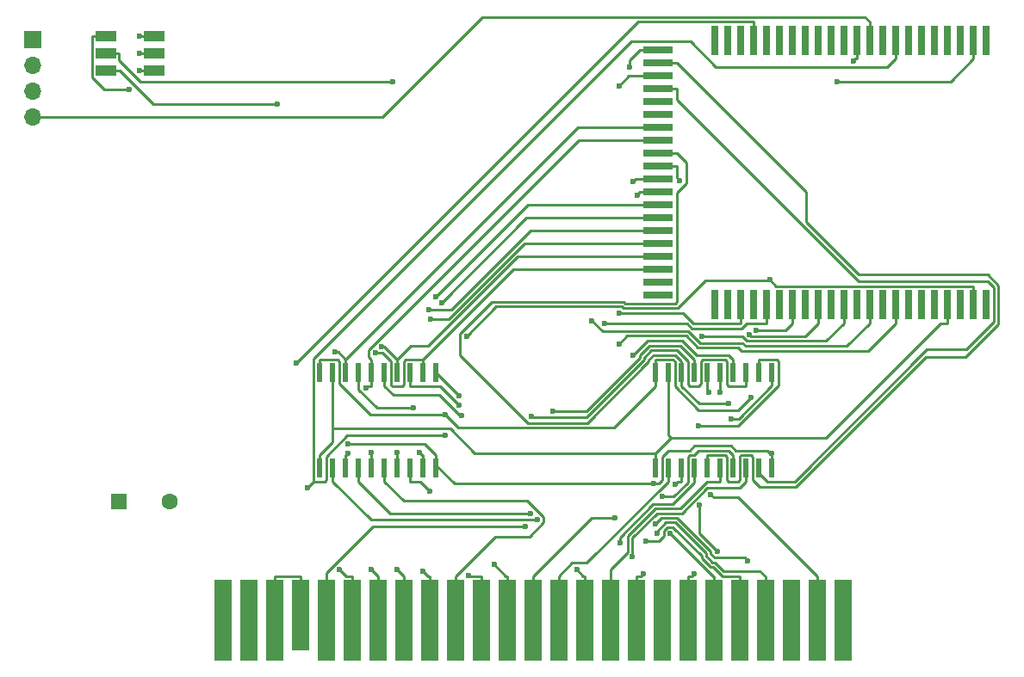
<source format=gbr>
G04 #@! TF.GenerationSoftware,KiCad,Pcbnew,5.1.5+dfsg1-2*
G04 #@! TF.CreationDate,2020-04-06T18:03:34-07:00*
G04 #@! TF.ProjectId,rpmpv1,72706d70-7631-42e6-9b69-6361645f7063,rev?*
G04 #@! TF.SameCoordinates,Original*
G04 #@! TF.FileFunction,Copper,L1,Top*
G04 #@! TF.FilePolarity,Positive*
%FSLAX46Y46*%
G04 Gerber Fmt 4.6, Leading zero omitted, Abs format (unit mm)*
G04 Created by KiCad (PCBNEW 5.1.5+dfsg1-2) date 2020-04-06 18:03:34*
%MOMM*%
%LPD*%
G04 APERTURE LIST*
%ADD10R,3.000000X0.700000*%
%ADD11R,0.700000X3.000000*%
%ADD12R,1.800000X8.000000*%
%ADD13R,1.800000X7.000000*%
%ADD14R,2.000000X1.100000*%
%ADD15R,0.600000X1.950000*%
%ADD16R,1.700000X1.700000*%
%ADD17O,1.700000X1.700000*%
%ADD18R,1.600000X1.600000*%
%ADD19C,1.600000*%
%ADD20C,0.600000*%
%ADD21C,0.250000*%
G04 APERTURE END LIST*
D10*
X169799000Y-53721000D03*
D11*
X202006200Y-52743100D03*
X200736200Y-52743100D03*
X199466200Y-52743100D03*
X198196200Y-52743100D03*
X196926200Y-52743100D03*
X195656200Y-52743100D03*
X194386200Y-52743100D03*
X193116200Y-52743100D03*
X191846200Y-52743100D03*
X190576200Y-52743100D03*
X189306200Y-52743100D03*
X188036200Y-52743100D03*
X186766200Y-52743100D03*
X185496200Y-52743100D03*
X184226200Y-52743100D03*
X182956200Y-52743100D03*
X181686200Y-52743100D03*
X180416200Y-52743100D03*
X179146200Y-52743100D03*
X177876200Y-52743100D03*
X176606200Y-52743100D03*
X175336200Y-52743100D03*
D10*
X169799000Y-54991000D03*
X169799000Y-56261000D03*
X169799000Y-57531000D03*
X169799000Y-58801000D03*
X169799000Y-60071000D03*
X169799000Y-61341000D03*
X169799000Y-62611000D03*
X169799000Y-63881000D03*
X169799000Y-65151000D03*
X169799000Y-66421000D03*
X169799000Y-67691000D03*
X169799000Y-68961000D03*
X169799000Y-70231000D03*
X169799000Y-71501000D03*
X169799000Y-72771000D03*
X169799000Y-74041000D03*
X169799000Y-75311000D03*
D11*
X175336200Y-78778100D03*
X176606200Y-78778100D03*
X177876200Y-78778100D03*
X179146200Y-78778100D03*
X180416200Y-78778100D03*
X181686200Y-78778100D03*
X182956200Y-78778100D03*
X184226200Y-78778100D03*
X185496200Y-78778100D03*
X186766200Y-78778100D03*
X188036200Y-78778100D03*
X189306200Y-78778100D03*
X190576200Y-78778100D03*
X191846200Y-78778100D03*
X193116200Y-78778100D03*
X194386200Y-78778100D03*
X195656200Y-78778100D03*
X196926200Y-78778100D03*
X198196200Y-78778100D03*
X199466200Y-78778100D03*
D10*
X169799000Y-76581000D03*
X169799000Y-77851000D03*
D11*
X200736200Y-78778100D03*
X202006200Y-78778100D03*
D12*
X187939840Y-109827440D03*
X185399840Y-109827440D03*
X182859840Y-109827440D03*
X180319840Y-109827440D03*
X177779840Y-109827440D03*
X175239840Y-109827440D03*
X172699840Y-109827440D03*
X170159840Y-109827440D03*
X167619840Y-109827440D03*
X165079840Y-109827440D03*
X162539840Y-109827440D03*
X159999840Y-109827440D03*
X157459840Y-109827440D03*
X154919840Y-109827440D03*
X152379840Y-109827440D03*
X149839840Y-109827440D03*
X147299840Y-109827440D03*
X144759840Y-109827440D03*
X142219840Y-109827440D03*
X139679840Y-109827440D03*
X137139840Y-109827440D03*
D13*
X134594760Y-109334680D03*
D12*
X132059840Y-109827440D03*
X129519840Y-109827440D03*
X126979840Y-109827440D03*
D14*
X115469000Y-52353000D03*
X115469000Y-54053000D03*
X115469000Y-55753000D03*
X120269000Y-55753000D03*
X120269000Y-54053000D03*
X120269000Y-52353000D03*
D15*
X169545000Y-94870000D03*
X170815000Y-94870000D03*
X172085000Y-94870000D03*
X173355000Y-94870000D03*
X174625000Y-94870000D03*
X175895000Y-94870000D03*
X177165000Y-94870000D03*
X178435000Y-94870000D03*
X179705000Y-94870000D03*
X180975000Y-94870000D03*
X180975000Y-85470000D03*
X179705000Y-85470000D03*
X178435000Y-85470000D03*
X177165000Y-85470000D03*
X175895000Y-85470000D03*
X174625000Y-85470000D03*
X173355000Y-85470000D03*
X172085000Y-85470000D03*
X170815000Y-85470000D03*
X169545000Y-85470000D03*
X136525000Y-94870000D03*
X137795000Y-94870000D03*
X139065000Y-94870000D03*
X140335000Y-94870000D03*
X141605000Y-94870000D03*
X142875000Y-94870000D03*
X144145000Y-94870000D03*
X145415000Y-94870000D03*
X146685000Y-94870000D03*
X147955000Y-94870000D03*
X147955000Y-85470000D03*
X146685000Y-85470000D03*
X145415000Y-85470000D03*
X144145000Y-85470000D03*
X142875000Y-85470000D03*
X141605000Y-85470000D03*
X140335000Y-85470000D03*
X139065000Y-85470000D03*
X137795000Y-85470000D03*
X136525000Y-85470000D03*
D16*
X108331000Y-52705000D03*
D17*
X108331000Y-55245000D03*
X108331000Y-57785000D03*
X108331000Y-60325000D03*
D18*
X116802000Y-98171000D03*
D19*
X121802000Y-98171000D03*
D20*
X147429400Y-80154100D03*
X141605000Y-93356300D03*
X142604300Y-82894100D03*
X138034300Y-83430400D03*
X141096500Y-86973700D03*
X147946800Y-78005200D03*
X144145000Y-93343200D03*
X148512800Y-78571200D03*
X146326800Y-93352300D03*
X147268100Y-79253900D03*
X139309200Y-93368200D03*
X142009800Y-83460800D03*
X178568500Y-103965000D03*
X169513000Y-100333700D03*
X169650200Y-101269900D03*
X168613400Y-102002000D03*
X175574700Y-103058300D03*
X173819700Y-98500900D03*
X170983500Y-101269000D03*
X173333200Y-105280800D03*
X166021300Y-102212700D03*
X168328700Y-105238800D03*
X176965600Y-89992400D03*
X167243400Y-103590200D03*
X157198200Y-99293800D03*
X161777100Y-104857200D03*
X157891500Y-99932400D03*
X159435600Y-89223200D03*
X157294900Y-89783500D03*
X165551000Y-99753700D03*
X175895000Y-87427800D03*
X150220400Y-87709600D03*
X153679800Y-104360700D03*
X150221100Y-88648000D03*
X150464200Y-89702900D03*
X151150000Y-105408700D03*
X145713400Y-88944700D03*
X147324000Y-97111200D03*
X146651000Y-104977000D03*
X144124200Y-104866500D03*
X141559700Y-104842000D03*
X138434300Y-104843700D03*
X156747900Y-100557700D03*
X176743900Y-88508900D03*
X173747500Y-90653700D03*
X167772100Y-68005500D03*
X171428500Y-96459300D03*
X167016900Y-55361000D03*
X170161900Y-97636100D03*
X165928000Y-57222700D03*
X143669200Y-56797700D03*
X174959400Y-97425000D03*
X134236500Y-84531800D03*
X118759600Y-55753000D03*
X118765300Y-54053000D03*
X118759100Y-52353000D03*
X150931500Y-81876900D03*
X180753800Y-76302800D03*
X117781600Y-57629600D03*
X163282200Y-80331500D03*
X132309400Y-59053400D03*
X167348200Y-83711600D03*
X167321800Y-66628800D03*
X171877400Y-66596200D03*
X174730600Y-87424500D03*
X165993100Y-79640500D03*
X164536100Y-80651500D03*
X189010700Y-54755400D03*
X178895300Y-87866400D03*
X148836800Y-89596900D03*
X180973500Y-93386300D03*
X169351400Y-96348300D03*
X139291500Y-92473900D03*
X135312800Y-96830800D03*
X148846000Y-91663600D03*
X165941200Y-82658900D03*
X174087800Y-81874200D03*
X178745900Y-81700100D03*
X179438600Y-81260800D03*
X187410400Y-56790900D03*
D21*
X169799000Y-72771000D02*
X156605200Y-72771000D01*
X156605200Y-72771000D02*
X149222100Y-80154100D01*
X149222100Y-80154100D02*
X147429400Y-80154100D01*
X141605000Y-93356300D02*
X141605000Y-94870000D01*
X142604300Y-82894100D02*
X142869400Y-82894100D01*
X142869400Y-82894100D02*
X144145000Y-84169700D01*
X169799000Y-74041000D02*
X155972100Y-74041000D01*
X155972100Y-74041000D02*
X147177100Y-82836000D01*
X147177100Y-82836000D02*
X145478700Y-82836000D01*
X145478700Y-82836000D02*
X144145000Y-84169700D01*
X144145000Y-85470000D02*
X144145000Y-84169700D01*
X169799000Y-61341000D02*
X161893700Y-61341000D01*
X161893700Y-61341000D02*
X139065000Y-84169700D01*
X139065000Y-84169700D02*
X138325700Y-83430400D01*
X138325700Y-83430400D02*
X138034300Y-83430400D01*
X139065000Y-85470000D02*
X139065000Y-84169700D01*
X169799000Y-62611000D02*
X161973800Y-62611000D01*
X161973800Y-62611000D02*
X141342300Y-83242500D01*
X141342300Y-83242500D02*
X141342300Y-83907000D01*
X141342300Y-83907000D02*
X141605000Y-84169700D01*
X141605000Y-85470000D02*
X141605000Y-84169700D01*
X141605000Y-85470000D02*
X141605000Y-86770300D01*
X141096500Y-86973700D02*
X141299900Y-86770300D01*
X141299900Y-86770300D02*
X141605000Y-86770300D01*
X167973700Y-68961000D02*
X156991000Y-68961000D01*
X156991000Y-68961000D02*
X147946800Y-78005200D01*
X169799000Y-68961000D02*
X167973700Y-68961000D01*
X144145000Y-93343200D02*
X144145000Y-94870000D01*
X169799000Y-70231000D02*
X156853000Y-70231000D01*
X156853000Y-70231000D02*
X148512800Y-78571200D01*
X146685000Y-93569700D02*
X146544200Y-93569700D01*
X146544200Y-93569700D02*
X146326800Y-93352300D01*
X146685000Y-94870000D02*
X146685000Y-93569700D01*
X169799000Y-71501000D02*
X157238300Y-71501000D01*
X157238300Y-71501000D02*
X149485400Y-79253900D01*
X149485400Y-79253900D02*
X147268100Y-79253900D01*
X139309200Y-93368200D02*
X139107700Y-93569700D01*
X139107700Y-93569700D02*
X139065000Y-93569700D01*
X139065000Y-94870000D02*
X139065000Y-93569700D01*
X142009800Y-83460800D02*
X142068400Y-83519400D01*
X142068400Y-83519400D02*
X142659500Y-83519400D01*
X142659500Y-83519400D02*
X143512000Y-84371900D01*
X143512000Y-84371900D02*
X143512000Y-86641300D01*
X143512000Y-86641300D02*
X143641100Y-86770400D01*
X143641100Y-86770400D02*
X144629300Y-86770400D01*
X144629300Y-86770400D02*
X144770400Y-86629300D01*
X144770400Y-86629300D02*
X144770400Y-84371400D01*
X144770400Y-84371400D02*
X144972100Y-84169700D01*
X144972100Y-84169700D02*
X146685000Y-84169700D01*
X169799000Y-75311000D02*
X167973700Y-75311000D01*
X146685000Y-84169700D02*
X155543600Y-75311100D01*
X155543600Y-75311100D02*
X167973700Y-75311100D01*
X167973700Y-75311100D02*
X167973700Y-75311000D01*
X146685000Y-85470000D02*
X146685000Y-84169700D01*
X169513000Y-100333700D02*
X170103600Y-99743100D01*
X170103600Y-99743100D02*
X171615800Y-99743100D01*
X171615800Y-99743100D02*
X174949400Y-103076700D01*
X174949400Y-103076700D02*
X174949400Y-103317300D01*
X174949400Y-103317300D02*
X175315700Y-103683600D01*
X175315700Y-103683600D02*
X178287100Y-103683600D01*
X178287100Y-103683600D02*
X178568500Y-103965000D01*
X169650200Y-101269900D02*
X169650300Y-101269900D01*
X169650300Y-101269900D02*
X169650300Y-101081000D01*
X169650300Y-101081000D02*
X170537900Y-100193400D01*
X170537900Y-100193400D02*
X171429200Y-100193400D01*
X171429200Y-100193400D02*
X174499100Y-103263300D01*
X174499100Y-103263300D02*
X174499100Y-103503900D01*
X174499100Y-103503900D02*
X175129100Y-104133900D01*
X175129100Y-104133900D02*
X175369700Y-104133900D01*
X175369700Y-104133900D02*
X176203500Y-104967700D01*
X176203500Y-104967700D02*
X179785400Y-104967700D01*
X179785400Y-104967700D02*
X180319800Y-105502100D01*
X180319800Y-109827400D02*
X180319800Y-105502100D01*
X168613400Y-102002000D02*
X169846600Y-102002000D01*
X169846600Y-102002000D02*
X170358200Y-101490400D01*
X170358200Y-101490400D02*
X170358200Y-101010000D01*
X170358200Y-101010000D02*
X170724500Y-100643700D01*
X170724500Y-100643700D02*
X171242600Y-100643700D01*
X171242600Y-100643700D02*
X174048800Y-103449900D01*
X174048800Y-103449900D02*
X174048800Y-103690500D01*
X174048800Y-103690500D02*
X174942500Y-104584200D01*
X174942500Y-104584200D02*
X175183100Y-104584200D01*
X175183100Y-104584200D02*
X176101000Y-105502100D01*
X176101000Y-105502100D02*
X177779800Y-105502100D01*
X177779800Y-109827400D02*
X177779800Y-105502100D01*
X175574700Y-103058300D02*
X173819700Y-101303300D01*
X173819700Y-101303300D02*
X173819700Y-98500900D01*
X175239800Y-105502100D02*
X175216600Y-105502100D01*
X175216600Y-105502100D02*
X170983500Y-101269000D01*
X175239800Y-109827400D02*
X175239800Y-105502100D01*
X173333200Y-105280800D02*
X173111900Y-105502100D01*
X173111900Y-105502100D02*
X172699800Y-105502100D01*
X172699800Y-109827400D02*
X172699800Y-105502100D01*
X166021300Y-102212700D02*
X166021300Y-101667300D01*
X166021300Y-101667300D02*
X169296400Y-98392200D01*
X169296400Y-98392200D02*
X171212700Y-98392200D01*
X171212700Y-98392200D02*
X173355000Y-96249900D01*
X173355000Y-96249900D02*
X173355000Y-96170300D01*
X173355000Y-94870000D02*
X173355000Y-96170300D01*
X180975000Y-85470000D02*
X180975000Y-86714800D01*
X180975000Y-86714800D02*
X177697500Y-89992300D01*
X177697500Y-89992300D02*
X176965600Y-89992300D01*
X176965600Y-89992300D02*
X176965600Y-89992400D01*
X167619800Y-109827400D02*
X167619800Y-105502100D01*
X168328700Y-105238800D02*
X168065400Y-105502100D01*
X168065400Y-105502100D02*
X167619800Y-105502100D01*
X167243400Y-103590200D02*
X167243400Y-101719000D01*
X167243400Y-101719000D02*
X169669600Y-99292800D01*
X169669600Y-99292800D02*
X172143200Y-99292800D01*
X172143200Y-99292800D02*
X174636300Y-96799700D01*
X174636300Y-96799700D02*
X177805600Y-96799700D01*
X177805600Y-96799700D02*
X178435000Y-96170300D01*
X178435000Y-94870000D02*
X178435000Y-96170300D01*
X165079800Y-105502100D02*
X165079800Y-104869500D01*
X165079800Y-104869500D02*
X166793100Y-103156200D01*
X166793100Y-103156200D02*
X166793100Y-101532400D01*
X166793100Y-101532400D02*
X169483000Y-98842500D01*
X169483000Y-98842500D02*
X171956500Y-98842500D01*
X171956500Y-98842500D02*
X174628700Y-96170300D01*
X174628700Y-96170300D02*
X175895000Y-96170300D01*
X165079800Y-109827400D02*
X165079800Y-105502100D01*
X175895000Y-94870000D02*
X175895000Y-96170300D01*
X140335000Y-96170300D02*
X143458500Y-99293800D01*
X143458500Y-99293800D02*
X157198200Y-99293800D01*
X140335000Y-94870000D02*
X140335000Y-96170300D01*
X137795000Y-96170300D02*
X141557100Y-99932400D01*
X141557100Y-99932400D02*
X157891500Y-99932400D01*
X137795000Y-94870000D02*
X137795000Y-96170300D01*
X162539800Y-109827400D02*
X162539800Y-105502100D01*
X161777100Y-104857200D02*
X162422000Y-105502100D01*
X162422000Y-105502100D02*
X162539800Y-105502100D01*
X159435600Y-89223200D02*
X162721000Y-89223200D01*
X162721000Y-89223200D02*
X167973500Y-83970700D01*
X167973500Y-83970700D02*
X167973500Y-83791000D01*
X167973500Y-83791000D02*
X168945700Y-82818800D01*
X168945700Y-82818800D02*
X172004100Y-82818800D01*
X172004100Y-82818800D02*
X173355000Y-84169700D01*
X173355000Y-85470000D02*
X173355000Y-84169700D01*
X170815000Y-96170300D02*
X170743400Y-96170300D01*
X170743400Y-96170300D02*
X162739600Y-104174100D01*
X162739600Y-104174100D02*
X161327800Y-104174100D01*
X161327800Y-104174100D02*
X159999800Y-105502100D01*
X159999800Y-109827400D02*
X159999800Y-105502100D01*
X170815000Y-94870000D02*
X170815000Y-96170300D01*
X157294900Y-89783500D02*
X157360000Y-89848600D01*
X157360000Y-89848600D02*
X162732500Y-89848600D01*
X162732500Y-89848600D02*
X168423800Y-84157300D01*
X168423800Y-84157300D02*
X168423800Y-83977600D01*
X168423800Y-83977600D02*
X169132300Y-83269100D01*
X169132300Y-83269100D02*
X171646800Y-83269100D01*
X171646800Y-83269100D02*
X172723800Y-84346100D01*
X172723800Y-84346100D02*
X172723800Y-86632100D01*
X172723800Y-86632100D02*
X172862100Y-86770400D01*
X172862100Y-86770400D02*
X173789700Y-86770400D01*
X173789700Y-86770400D02*
X173980300Y-86579800D01*
X173980300Y-86579800D02*
X173980300Y-84336200D01*
X173980300Y-84336200D02*
X174146800Y-84169700D01*
X174146800Y-84169700D02*
X176384200Y-84169700D01*
X176384200Y-84169700D02*
X176528000Y-84313500D01*
X176528000Y-84313500D02*
X176528000Y-86619800D01*
X176528000Y-86619800D02*
X176678500Y-86770300D01*
X176678500Y-86770300D02*
X178435000Y-86770300D01*
X178435000Y-85470000D02*
X178435000Y-86770300D01*
X175895000Y-85470000D02*
X175895000Y-87427800D01*
X157459800Y-105502100D02*
X163208200Y-99753700D01*
X163208200Y-99753700D02*
X165551000Y-99753700D01*
X157459800Y-109827400D02*
X157459800Y-105502100D01*
X147955000Y-85470000D02*
X150194600Y-87709600D01*
X150194600Y-87709600D02*
X150220400Y-87709600D01*
X145415000Y-86770300D02*
X148343400Y-86770300D01*
X148343400Y-86770300D02*
X150221100Y-88648000D01*
X145415000Y-85470000D02*
X145415000Y-86770300D01*
X153679800Y-104360700D02*
X154821200Y-105502100D01*
X154821200Y-105502100D02*
X154919800Y-105502100D01*
X154919800Y-109827400D02*
X154919800Y-105502100D01*
X142875000Y-86770300D02*
X143789000Y-87684300D01*
X143789000Y-87684300D02*
X148277400Y-87684300D01*
X148277400Y-87684300D02*
X150296000Y-89702900D01*
X150296000Y-89702900D02*
X150464200Y-89702900D01*
X142875000Y-85470000D02*
X142875000Y-86770300D01*
X145713400Y-88944700D02*
X142183200Y-88944700D01*
X142183200Y-88944700D02*
X140335000Y-87096500D01*
X140335000Y-87096500D02*
X140335000Y-86770300D01*
X151150000Y-105408700D02*
X151243400Y-105502100D01*
X151243400Y-105502100D02*
X152379800Y-105502100D01*
X140335000Y-85470000D02*
X140335000Y-86770300D01*
X152379800Y-109827400D02*
X152379800Y-105502100D01*
X145415000Y-96170300D02*
X146383100Y-96170300D01*
X146383100Y-96170300D02*
X147324000Y-97111200D01*
X145415000Y-94870000D02*
X145415000Y-96170300D01*
X149839800Y-105502100D02*
X153759100Y-101582800D01*
X153759100Y-101582800D02*
X157164100Y-101582800D01*
X157164100Y-101582800D02*
X158536100Y-100210800D01*
X158536100Y-100210800D02*
X158536100Y-99692600D01*
X158536100Y-99692600D02*
X156916600Y-98073100D01*
X156916600Y-98073100D02*
X144777800Y-98073100D01*
X144777800Y-98073100D02*
X142875000Y-96170300D01*
X149839800Y-109827400D02*
X149839800Y-105502100D01*
X142875000Y-94870000D02*
X142875000Y-96170300D01*
X147299800Y-109827400D02*
X147299800Y-105502100D01*
X147299800Y-105502100D02*
X147176100Y-105502100D01*
X147176100Y-105502100D02*
X146651000Y-104977000D01*
X144124200Y-104866500D02*
X144759800Y-105502100D01*
X144759800Y-109827400D02*
X144759800Y-105502100D01*
X141559700Y-104842000D02*
X142219800Y-105502100D01*
X142219800Y-109827400D02*
X142219800Y-105502100D01*
X138434300Y-104843700D02*
X139092700Y-105502100D01*
X139092700Y-105502100D02*
X139679800Y-105502100D01*
X139679800Y-109827400D02*
X139679800Y-105502100D01*
X137139800Y-105502100D02*
X137139800Y-105172100D01*
X137139800Y-105172100D02*
X141754200Y-100557700D01*
X141754200Y-100557700D02*
X156747900Y-100557700D01*
X137139800Y-109827400D02*
X137139800Y-105502100D01*
X171624300Y-63881000D02*
X172521200Y-64777900D01*
X172521200Y-64777900D02*
X172521200Y-66836800D01*
X172521200Y-66836800D02*
X171624300Y-67733700D01*
X171624300Y-67733700D02*
X171624300Y-78485800D01*
X171624300Y-78485800D02*
X171433800Y-78676300D01*
X171433800Y-78676300D02*
X166550200Y-78676300D01*
X166550200Y-78676300D02*
X166371900Y-78498000D01*
X166371900Y-78498000D02*
X153426000Y-78498000D01*
X153426000Y-78498000D02*
X150290600Y-81633400D01*
X150290600Y-81633400D02*
X150290600Y-83729200D01*
X150290600Y-83729200D02*
X156972900Y-90411500D01*
X156972900Y-90411500D02*
X162806500Y-90411500D01*
X162806500Y-90411500D02*
X168874100Y-84343900D01*
X168874100Y-84343900D02*
X168874100Y-84164300D01*
X168874100Y-84164300D02*
X169319000Y-83719400D01*
X169319000Y-83719400D02*
X171446200Y-83719400D01*
X171446200Y-83719400D02*
X172085000Y-84358200D01*
X172085000Y-84358200D02*
X172085000Y-85470000D01*
X172085000Y-86770300D02*
X173823600Y-88508900D01*
X173823600Y-88508900D02*
X176743900Y-88508900D01*
X169799000Y-63881000D02*
X171624300Y-63881000D01*
X172085000Y-85470000D02*
X172085000Y-86770300D01*
X167973700Y-67691000D02*
X167772100Y-67892600D01*
X167772100Y-67892600D02*
X167772100Y-68005500D01*
X179705000Y-84169700D02*
X181455200Y-84169700D01*
X181455200Y-84169700D02*
X181655100Y-84369600D01*
X181655100Y-84369600D02*
X181655100Y-86671600D01*
X181655100Y-86671600D02*
X177673000Y-90653700D01*
X177673000Y-90653700D02*
X173747500Y-90653700D01*
X179705000Y-85470000D02*
X179705000Y-84169700D01*
X169799000Y-67691000D02*
X167973700Y-67691000D01*
X169799000Y-57531000D02*
X171624300Y-57531000D01*
X171624300Y-57531000D02*
X171624300Y-58593500D01*
X171624300Y-58593500D02*
X189478300Y-76447500D01*
X189478300Y-76447500D02*
X202161400Y-76447500D01*
X202161400Y-76447500D02*
X202781600Y-77067700D01*
X202781600Y-77067700D02*
X202781600Y-80463800D01*
X202781600Y-80463800D02*
X200066000Y-83179400D01*
X200066000Y-83179400D02*
X196209500Y-83179400D01*
X196209500Y-83179400D02*
X183218600Y-96170300D01*
X183218600Y-96170300D02*
X180515700Y-96170300D01*
X180515700Y-96170300D02*
X179705000Y-95359600D01*
X179705000Y-95359600D02*
X179705000Y-94870000D01*
X172085000Y-96170300D02*
X171717500Y-96170300D01*
X171717500Y-96170300D02*
X171428500Y-96459300D01*
X172085000Y-94870000D02*
X172085000Y-96170300D01*
X167973700Y-53721000D02*
X167016900Y-54677800D01*
X167016900Y-54677800D02*
X167016900Y-55361000D01*
X169799000Y-53721000D02*
X167973700Y-53721000D01*
X174625000Y-93569700D02*
X176400600Y-93569700D01*
X176400600Y-93569700D02*
X176530000Y-93699100D01*
X176530000Y-93699100D02*
X176530000Y-96020500D01*
X176530000Y-96020500D02*
X176679900Y-96170400D01*
X176679900Y-96170400D02*
X177662200Y-96170400D01*
X177662200Y-96170400D02*
X177790400Y-96042200D01*
X177790400Y-96042200D02*
X177790400Y-93705900D01*
X177790400Y-93705900D02*
X177926700Y-93569600D01*
X177926700Y-93569600D02*
X178924400Y-93569600D01*
X178924400Y-93569600D02*
X179060400Y-93705600D01*
X179060400Y-93705600D02*
X179060400Y-95997400D01*
X179060400Y-95997400D02*
X179731300Y-96668300D01*
X179731300Y-96668300D02*
X183357500Y-96668300D01*
X183357500Y-96668300D02*
X196070400Y-83955400D01*
X196070400Y-83955400D02*
X199989900Y-83955400D01*
X199989900Y-83955400D02*
X203231900Y-80713400D01*
X203231900Y-80713400D02*
X203231900Y-76881000D01*
X203231900Y-76881000D02*
X202166700Y-75815800D01*
X202166700Y-75815800D02*
X189534400Y-75815800D01*
X189534400Y-75815800D02*
X184333200Y-70614600D01*
X184333200Y-70614600D02*
X184333200Y-67699900D01*
X184333200Y-67699900D02*
X171624300Y-54991000D01*
X174625000Y-94870000D02*
X174625000Y-93569700D01*
X169799000Y-54991000D02*
X171624300Y-54991000D01*
X177165000Y-94870000D02*
X177165000Y-93569700D01*
X170161900Y-97636100D02*
X171327100Y-97636100D01*
X171327100Y-97636100D02*
X172710400Y-96252800D01*
X172710400Y-96252800D02*
X172710400Y-93760200D01*
X172710400Y-93760200D02*
X172900900Y-93569700D01*
X172900900Y-93569700D02*
X173282900Y-93569700D01*
X173282900Y-93569700D02*
X173737300Y-93115300D01*
X173737300Y-93115300D02*
X176710600Y-93115300D01*
X176710600Y-93115300D02*
X177165000Y-93569700D01*
X169799000Y-56261000D02*
X166889700Y-56261000D01*
X166889700Y-56261000D02*
X165928000Y-57222700D01*
X185399800Y-105502100D02*
X177633100Y-97735400D01*
X177633100Y-97735400D02*
X175269700Y-97735400D01*
X175269700Y-97735400D02*
X175269700Y-97735300D01*
X175269700Y-97735300D02*
X174959400Y-97425000D01*
X115469000Y-54053000D02*
X116794300Y-54053000D01*
X143669200Y-56797700D02*
X118909900Y-56797700D01*
X118909900Y-56797700D02*
X116794300Y-54682100D01*
X116794300Y-54682100D02*
X116794300Y-54053000D01*
X185399800Y-109827400D02*
X185399800Y-105502100D01*
X134594800Y-109334700D02*
X134594800Y-105509400D01*
X132059800Y-109827400D02*
X132059800Y-105502100D01*
X132059800Y-105502100D02*
X134587500Y-105502100D01*
X134587500Y-105502100D02*
X134594800Y-105509400D01*
X179146200Y-50917800D02*
X167850500Y-50917800D01*
X167850500Y-50917800D02*
X134236500Y-84531800D01*
X179146200Y-52743100D02*
X179146200Y-50917800D01*
X118943700Y-55753000D02*
X118759600Y-55753000D01*
X120269000Y-55753000D02*
X118943700Y-55753000D01*
X118943700Y-54053000D02*
X118765300Y-54053000D01*
X120269000Y-54053000D02*
X118943700Y-54053000D01*
X118943700Y-52353000D02*
X118759100Y-52353000D01*
X120269000Y-52353000D02*
X118943700Y-52353000D01*
X180753800Y-76302800D02*
X181403800Y-76952800D01*
X181403800Y-76952800D02*
X200736200Y-76952800D01*
X180753800Y-76302800D02*
X180658200Y-76398400D01*
X180658200Y-76398400D02*
X174417900Y-76398400D01*
X174417900Y-76398400D02*
X171689600Y-79126700D01*
X171689600Y-79126700D02*
X166363700Y-79126700D01*
X166363700Y-79126700D02*
X166185300Y-78948300D01*
X166185300Y-78948300D02*
X153860100Y-78948300D01*
X153860100Y-78948300D02*
X150931500Y-81876900D01*
X114143700Y-52353000D02*
X114143700Y-56440800D01*
X114143700Y-56440800D02*
X115332500Y-57629600D01*
X115332500Y-57629600D02*
X117781600Y-57629600D01*
X200736200Y-78778100D02*
X200736200Y-76952800D01*
X115469000Y-52353000D02*
X114143700Y-52353000D01*
X190576200Y-80603400D02*
X188333400Y-82846200D01*
X188333400Y-82846200D02*
X178370600Y-82846200D01*
X178370600Y-82846200D02*
X178075100Y-82550700D01*
X178075100Y-82550700D02*
X173879800Y-82550700D01*
X173879800Y-82550700D02*
X172717900Y-81388800D01*
X172717900Y-81388800D02*
X164339500Y-81388800D01*
X164339500Y-81388800D02*
X163282200Y-80331500D01*
X190576200Y-78778100D02*
X190576200Y-80603400D01*
X132309400Y-59053400D02*
X120120600Y-59053400D01*
X120120600Y-59053400D02*
X116820200Y-55753000D01*
X116820200Y-55753000D02*
X115469000Y-55753000D01*
X171047300Y-91867200D02*
X186247900Y-91867200D01*
X186247900Y-91867200D02*
X197511700Y-80603400D01*
X197511700Y-80603400D02*
X198196200Y-80603400D01*
X170815000Y-85470000D02*
X170815000Y-91634900D01*
X170815000Y-91634900D02*
X171047300Y-91867200D01*
X171047300Y-91867200D02*
X169545000Y-93369500D01*
X169545000Y-93369500D02*
X151725000Y-93369500D01*
X151725000Y-93369500D02*
X149327600Y-90972100D01*
X149327600Y-90972100D02*
X137795000Y-90972100D01*
X169545000Y-93369500D02*
X169545000Y-93569700D01*
X137795000Y-90972100D02*
X137795000Y-86770300D01*
X136525000Y-93569700D02*
X137795000Y-92299700D01*
X137795000Y-92299700D02*
X137795000Y-90972100D01*
X169545000Y-94870000D02*
X169545000Y-93569700D01*
X198196200Y-78778100D02*
X198196200Y-80603400D01*
X136525000Y-94870000D02*
X136525000Y-93569700D01*
X137795000Y-85470000D02*
X137795000Y-86770300D01*
X177165000Y-84169700D02*
X176714700Y-83719400D01*
X176714700Y-83719400D02*
X173549400Y-83719400D01*
X173549400Y-83719400D02*
X172163700Y-82333700D01*
X172163700Y-82333700D02*
X168726100Y-82333700D01*
X168726100Y-82333700D02*
X167348200Y-83711600D01*
X169799000Y-66421000D02*
X167529600Y-66421000D01*
X167529600Y-66421000D02*
X167321800Y-66628800D01*
X177165000Y-85470000D02*
X177165000Y-84169700D01*
X169799000Y-65151000D02*
X171624300Y-65151000D01*
X171624300Y-65151000D02*
X171624300Y-66343100D01*
X171624300Y-66343100D02*
X171877400Y-66596200D01*
X174730600Y-87424500D02*
X174625000Y-87318900D01*
X174625000Y-87318900D02*
X174625000Y-86770300D01*
X174625000Y-85470000D02*
X174625000Y-86770300D01*
X177876200Y-80603400D02*
X173206300Y-80603400D01*
X173206300Y-80603400D02*
X172243400Y-79640500D01*
X172243400Y-79640500D02*
X165993100Y-79640500D01*
X177876200Y-78778100D02*
X177876200Y-80603400D01*
X180416200Y-80603400D02*
X178513000Y-80603400D01*
X178513000Y-80603400D02*
X178513000Y-80603500D01*
X178513000Y-80603500D02*
X178017300Y-81099200D01*
X178017300Y-81099200D02*
X173065200Y-81099200D01*
X173065200Y-81099200D02*
X172617500Y-80651500D01*
X172617500Y-80651500D02*
X164536100Y-80651500D01*
X180416200Y-78778100D02*
X180416200Y-80603400D01*
X189306200Y-52743100D02*
X189306200Y-54568400D01*
X189306200Y-54568400D02*
X189197700Y-54568400D01*
X189197700Y-54568400D02*
X189010700Y-54755400D01*
X169545000Y-86770300D02*
X165427000Y-90888300D01*
X165427000Y-90888300D02*
X150128200Y-90888300D01*
X150128200Y-90888300D02*
X148836800Y-89596900D01*
X169545000Y-84169700D02*
X171249800Y-84169700D01*
X171249800Y-84169700D02*
X171459600Y-84379500D01*
X171459600Y-84379500D02*
X171459600Y-86835000D01*
X171459600Y-86835000D02*
X173758800Y-89134200D01*
X173758800Y-89134200D02*
X177627500Y-89134200D01*
X177627500Y-89134200D02*
X178895300Y-87866400D01*
X148836800Y-89596900D02*
X141455900Y-89596900D01*
X141455900Y-89596900D02*
X138439600Y-86580600D01*
X138439600Y-86580600D02*
X138439600Y-84320800D01*
X138439600Y-84320800D02*
X138288500Y-84169700D01*
X138288500Y-84169700D02*
X136525000Y-84169700D01*
X169545000Y-85470000D02*
X169545000Y-84169700D01*
X136525000Y-85470000D02*
X136525000Y-84169700D01*
X169545000Y-85470000D02*
X169545000Y-86770300D01*
X180882600Y-93477200D02*
X180520600Y-93115300D01*
X180520600Y-93115300D02*
X177392200Y-93115300D01*
X177392200Y-93115300D02*
X176941900Y-92665000D01*
X176941900Y-92665000D02*
X173325800Y-92665000D01*
X173325800Y-92665000D02*
X172875500Y-93115300D01*
X172875500Y-93115300D02*
X170815300Y-93115300D01*
X170815300Y-93115300D02*
X170170400Y-93760200D01*
X170170400Y-93760200D02*
X170170400Y-96015800D01*
X170170400Y-96015800D02*
X169837900Y-96348300D01*
X169837900Y-96348300D02*
X169351400Y-96348300D01*
X180882600Y-93477200D02*
X180975000Y-93569700D01*
X180882600Y-93477200D02*
X180973500Y-93386300D01*
X180975000Y-94870000D02*
X180975000Y-93569700D01*
X147955000Y-94544900D02*
X149758400Y-96348300D01*
X149758400Y-96348300D02*
X169351400Y-96348300D01*
X147955000Y-94544900D02*
X147955000Y-93569700D01*
X147955000Y-94870000D02*
X147955000Y-94544900D01*
X190576200Y-50917800D02*
X190125800Y-50467400D01*
X190125800Y-50467400D02*
X152511400Y-50467400D01*
X152511400Y-50467400D02*
X142653800Y-60325000D01*
X142653800Y-60325000D02*
X108331000Y-60325000D01*
X147955000Y-93569700D02*
X146859200Y-92473900D01*
X146859200Y-92473900D02*
X139291500Y-92473900D01*
X190576200Y-52743100D02*
X190576200Y-50917800D01*
X135896500Y-96216200D02*
X135312800Y-96799900D01*
X135312800Y-96799900D02*
X135312800Y-96830800D01*
X148846000Y-91663600D02*
X139194200Y-91663600D01*
X139194200Y-91663600D02*
X137150400Y-93707400D01*
X137150400Y-93707400D02*
X137150400Y-96037300D01*
X137150400Y-96037300D02*
X136971500Y-96216200D01*
X136971500Y-96216200D02*
X135896500Y-96216200D01*
X193116200Y-54568400D02*
X192291900Y-55392700D01*
X192291900Y-55392700D02*
X175477100Y-55392700D01*
X175477100Y-55392700D02*
X172961800Y-52877400D01*
X172961800Y-52877400D02*
X167143700Y-52877400D01*
X167143700Y-52877400D02*
X135896500Y-84124600D01*
X135896500Y-84124600D02*
X135896500Y-96216200D01*
X193116200Y-52743100D02*
X193116200Y-54568400D01*
X193116200Y-78778100D02*
X193116200Y-80603400D01*
X193116200Y-80603400D02*
X190394900Y-83324700D01*
X190394900Y-83324700D02*
X177987200Y-83324700D01*
X177987200Y-83324700D02*
X177663500Y-83001000D01*
X177663500Y-83001000D02*
X173693200Y-83001000D01*
X173693200Y-83001000D02*
X172531400Y-81839200D01*
X172531400Y-81839200D02*
X166760900Y-81839200D01*
X166760900Y-81839200D02*
X165941200Y-82658900D01*
X188036200Y-80603400D02*
X186300800Y-82338800D01*
X186300800Y-82338800D02*
X178500100Y-82338800D01*
X178500100Y-82338800D02*
X178035500Y-81874200D01*
X178035500Y-81874200D02*
X174087800Y-81874200D01*
X188036200Y-78778100D02*
X188036200Y-80603400D01*
X185496200Y-80603400D02*
X184213400Y-81886200D01*
X184213400Y-81886200D02*
X178932000Y-81886200D01*
X178932000Y-81886200D02*
X178745900Y-81700100D01*
X185496200Y-78778100D02*
X185496200Y-80603400D01*
X182956200Y-80603400D02*
X182298800Y-81260800D01*
X182298800Y-81260800D02*
X179438600Y-81260800D01*
X182956200Y-78778100D02*
X182956200Y-80603400D01*
X200736200Y-52743100D02*
X200736200Y-54568400D01*
X200736200Y-54568400D02*
X198513700Y-56790900D01*
X198513700Y-56790900D02*
X187410400Y-56790900D01*
M02*

</source>
